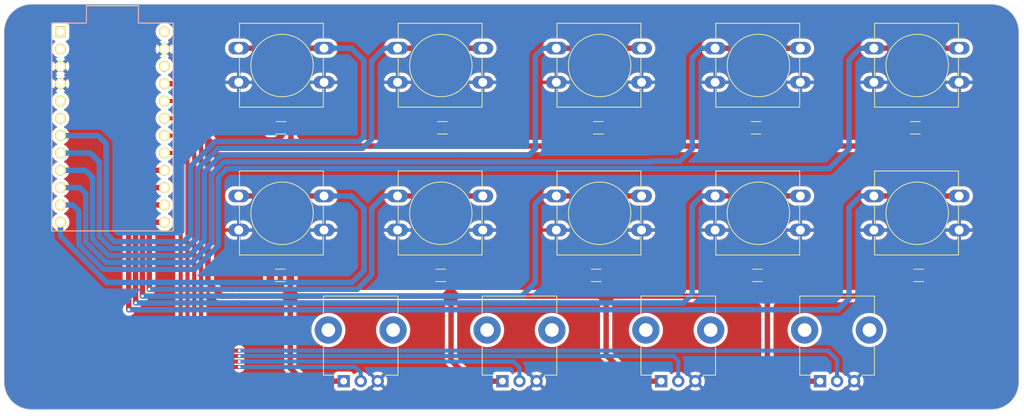
<source format=kicad_pcb>
(kicad_pcb (version 20221018) (generator pcbnew)
  (layers (0 "F.Cu" signal) (31 "B.Cu" signal) (34 "B.Paste" user) (35 "F.Paste" user) (36 "B.SilkS" user "B.Silkscreen") (37 "F.SilkS" user "F.Silkscreen") (38 "B.Mask" user) (39 "F.Mask" user) (44 "Edge.Cuts" user))
  (net 0 "")
  (net 1 "/Vcc")
  (net 2 "/D4")
  (net 3 "/D5")
  (net 4 "/D6")
  (net 5 "/D7")
  (net 6 "/D8")
  (net 7 "/D9")
  (net 8 "/D10")
  (net 9 "/D16")
  (net 10 "/D14")
  (net 11 "/D15")
  (net 12 "/GND")
  (net 13 "/A0")
  (net 14 "/A1")
  (net 15 "/A2")
  (net 16 "/A3")
  (net 17 "/Tx")
  (net 18 "/Rx")
  (net 19 "/SDA")
  (net 20 "/SCL")
  (net 21 "/RST")
  (net 22 "/RAW")
  (footprint "promicro:ProMicro" (layer "F.Cu") (at 96 92.21 -90)
    (fp_text reference "U1" hide)
    (fp_text value "ProMicro")
    (pad "1" thru_hole rect (at -13.97 7.62 270) (size 1.6 1.6) (drill 1.1) (layers "*.Cu" "*.Mask" "F.SilkS") (net 17 "/Tx"))
    (pad "2" thru_hole circle (at -11.43 7.62 270) (size 1.6 1.6) (drill 1.1) (layers "*.Cu" "*.Mask" "F.SilkS") (net 18 "/Rx"))
    (pad "3" thru_hole circle (at -8.89 7.62 270) (size 1.6 1.6) (drill 1.1) (layers "*.Cu" "*.Mask" "F.SilkS") (net 12 "/GND"))
    (pad "4" thru_hole circle (at -6.35 7.62 270) (size 1.6 1.6) (drill 1.1) (layers "*.Cu" "*.Mask" "F.SilkS") (net 12 "/GND"))
    (pad "5" thru_hole circle (at -3.81 7.62 270) (size 1.6 1.6) (drill 1.1) (layers "*.Cu" "*.Mask" "F.SilkS") (net 19 "/SDA"))
    (pad "6" thru_hole circle (at -1.27 7.62 270) (size 1.6 1.6) (drill 1.1) (layers "*.Cu" "*.Mask" "F.SilkS") (net 20 "/SCL"))
    (pad "7" thru_hole circle (at 1.27 7.62 270) (size 1.6 1.6) (drill 1.1) (layers "*.Cu" "*.Mask" "F.SilkS") (net 2 "/D4"))
    (pad "8" thru_hole circle (at 3.81 7.62 270) (size 1.6 1.6) (drill 1.1) (layers "*.Cu" "*.Mask" "F.SilkS") (net 3 "/D5"))
    (pad "9" thru_hole circle (at 6.35 7.62 270) (size 1.6 1.6) (drill 1.1) (layers "*.Cu" "*.Mask" "F.SilkS") (net 4 "/D6"))
    (pad "10" thru_hole circle (at 8.89 7.62 270) (size 1.6 1.6) (drill 1.1) (layers "*.Cu" "*.Mask" "F.SilkS") (net 5 "/D7"))
    (pad "11" thru_hole circle (at 11.43 7.62 270) (size 1.6 1.6) (drill 1.1) (layers "*.Cu" "*.Mask" "F.SilkS") (net 6 "/D8"))
    (pad "12" thru_hole circle (at 13.97 7.62 270) (size 1.6 1.6) (drill 1.1) (layers "*.Cu" "*.Mask" "F.SilkS") (net 7 "/D9"))
    (pad "13" thru_hole circle (at 13.97 -7.62 270) (size 1.6 1.6) (drill 1.1) (layers "*.Cu" "*.Mask" "F.SilkS") (net 8 "/D10"))
    (pad "14" thru_hole circle (at 11.43 -7.62 270) (size 1.6 1.6) (drill 1.1) (layers "*.Cu" "*.Mask" "F.SilkS") (net 9 "/D16"))
    (pad "15" thru_hole circle (at 8.89 -7.62 270) (size 1.6 1.6) (drill 1.1) (layers "*.Cu" "*.Mask" "F.SilkS") (net 10 "/D14"))
    (pad "16" thru_hole circle (at 6.35 -7.62 270) (size 1.6 1.6) (drill 1.1) (layers "*.Cu" "*.Mask" "F.SilkS") (net 11 "/D15"))
    (pad "17" thru_hole circle (at 3.81 -7.62 270) (size 1.6 1.6) (drill 1.1) (layers "*.Cu" "*.Mask" "F.SilkS") (net 13 "/A0"))
    (pad "18" thru_hole circle (at 1.27 -7.62 270) (size 1.6 1.6) (drill 1.1) (layers "*.Cu" "*.Mask" "F.SilkS") (net 14 "/A1"))
    (pad "19" thru_hole circle (at -1.27 -7.62 270) (size 1.6 1.6) (drill 1.1) (layers "*.Cu" "*.Mask" "F.SilkS") (net 15 "/A2"))
    (pad "20" thru_hole circle (at -3.81 -7.62 270) (size 1.6 1.6) (drill 1.1) (layers "*.Cu" "*.Mask" "F.SilkS") (net 16 "/A3"))
    (pad "21" thru_hole circle (at -6.35 -7.62 270) (size 1.6 1.6) (drill 1.1) (layers "*.Cu" "*.Mask" "F.SilkS") (net 1 "/Vcc"))
    (pad "22" thru_hole circle (at -8.89 -7.62 270) (size 1.6 1.6) (drill 1.1) (layers "*.Cu" "*.Mask" "F.SilkS") (net 21 "/RST"))
    (pad "23" thru_hole circle (at -11.43 -7.62 270) (size 1.6 1.6) (drill 1.1) (layers "*.Cu" "*.Mask" "F.SilkS") (net 12 "/GND"))
    (pad "24" thru_hole circle (at -13.97 -7.62 270) (size 1.6 1.6) (drill 1.1) (layers "*.Cu" "*.Mask" "F.SilkS") (net 22 "/RAW"))
  )
  (footprint "Resistor_SMD:R_1206_3216Metric" (layer "F.Cu") (at 167.26 92.33)
    (fp_text reference "R3")
    (fp_text value "10k")
    (pad "1" smd roundrect (at -1.4625 0) (size 1.125 1.75) (layers "F.Cu" "F.Paste" "F.Mask") (roundrect_rratio 0.222222) (net 4 "/D6"))
    (pad "2" smd roundrect (at 1.4625 0) (size 1.125 1.75) (layers "F.Cu" "F.Paste" "F.Mask") (roundrect_rratio 0.222222) (net 1 "/Vcc"))
  )
  (footprint "Button_Switch_THT:SW_PUSH-12mm" (layer "F.Cu") (at 184.359166 80.655)
    (fp_text reference "SW4")
    (fp_text value "SW_Push_45deg")
    (pad "1" thru_hole oval (at 0 0) (size 3.048 1.85) (drill 1.3) (layers "*.Cu" "*.Mask") (net 5 "/D7"))
    (pad "1" thru_hole oval (at 12.5 0) (size 3.048 1.85) (drill 1.3) (layers "*.Cu" "*.Mask") (net 5 "/D7"))
    (pad "2" thru_hole oval (at 0 5) (size 3.048 1.85) (drill 1.3) (layers "*.Cu" "*.Mask") (net 12 "/GND"))
    (pad "2" thru_hole oval (at 12.5 5) (size 3.048 1.85) (drill 1.3) (layers "*.Cu" "*.Mask") (net 12 "/GND"))
  )
  (footprint "Potentiometer_THT:Potentiometer_TT_P0915N" (layer "F.Cu") (at 153.177916 129.475)
    (fp_text reference "RV2")
    (fp_text value "10k")
    (pad "" thru_hole oval (at -2.25 -7.5) (size 4 4) (drill 2) (layers "*.Cu" "*.Mask"))
    (pad "" thru_hole oval (at 7.25 -7.5) (size 4 4) (drill 2) (layers "*.Cu" "*.Mask"))
    (pad "1" thru_hole rect (at 0 0) (size 1.8 1.8) (drill 1) (layers "*.Cu" "*.Mask") (net 1 "/Vcc"))
    (pad "2" thru_hole circle (at 2.5 0) (size 1.8 1.8) (drill 1) (layers "*.Cu" "*.Mask") (net 14 "/A1"))
    (pad "3" thru_hole circle (at 5 0) (size 1.8 1.8) (drill 1) (layers "*.Cu" "*.Mask") (net 12 "/GND"))
  )
  (footprint "Button_Switch_THT:SW_PUSH-12mm" (layer "F.Cu") (at 114.516667 102.32)
    (fp_text reference "SW6")
    (fp_text value "SW_Push_45deg")
    (pad "1" thru_hole oval (at 0 0) (size 3.048 1.85) (drill 1.3) (layers "*.Cu" "*.Mask") (net 7 "/D9"))
    (pad "1" thru_hole oval (at 12.5 0) (size 3.048 1.85) (drill 1.3) (layers "*.Cu" "*.Mask") (net 7 "/D9"))
    (pad "2" thru_hole oval (at 0 5) (size 3.048 1.85) (drill 1.3) (layers "*.Cu" "*.Mask") (net 12 "/GND"))
    (pad "2" thru_hole oval (at 12.5 5) (size 3.048 1.85) (drill 1.3) (layers "*.Cu" "*.Mask") (net 12 "/GND"))
  )
  (footprint "Button_Switch_THT:SW_PUSH-12mm" (layer "F.Cu") (at 207.64 80.655)
    (fp_text reference "SW5")
    (fp_text value "SW_Push_45deg")
    (pad "1" thru_hole oval (at 0 0) (size 3.048 1.85) (drill 1.3) (layers "*.Cu" "*.Mask") (net 6 "/D8"))
    (pad "1" thru_hole oval (at 12.5 0) (size 3.048 1.85) (drill 1.3) (layers "*.Cu" "*.Mask") (net 6 "/D8"))
    (pad "2" thru_hole oval (at 0 5) (size 3.048 1.85) (drill 1.3) (layers "*.Cu" "*.Mask") (net 12 "/GND"))
    (pad "2" thru_hole oval (at 12.5 5) (size 3.048 1.85) (drill 1.3) (layers "*.Cu" "*.Mask") (net 12 "/GND"))
  )
  (footprint "Button_Switch_THT:SW_PUSH-12mm" (layer "F.Cu") (at 137.7975 80.655)
    (fp_text reference "SW2")
    (fp_text value "SW_Push_45deg")
    (pad "1" thru_hole oval (at 0 0) (size 3.048 1.85) (drill 1.3) (layers "*.Cu" "*.Mask") (net 3 "/D5"))
    (pad "1" thru_hole oval (at 12.5 0) (size 3.048 1.85) (drill 1.3) (layers "*.Cu" "*.Mask") (net 3 "/D5"))
    (pad "2" thru_hole oval (at 0 5) (size 3.048 1.85) (drill 1.3) (layers "*.Cu" "*.Mask") (net 12 "/GND"))
    (pad "2" thru_hole oval (at 12.5 5) (size 3.048 1.85) (drill 1.3) (layers "*.Cu" "*.Mask") (net 12 "/GND"))
  )
  (footprint "Potentiometer_THT:Potentiometer_TT_P0915N" (layer "F.Cu") (at 129.897083 129.475)
    (fp_text reference "RV1")
    (fp_text value "10k")
    (pad "" thru_hole oval (at -2.25 -7.5) (size 4 4) (drill 2) (layers "*.Cu" "*.Mask"))
    (pad "" thru_hole oval (at 7.25 -7.5) (size 4 4) (drill 2) (layers "*.Cu" "*.Mask"))
    (pad "1" thru_hole rect (at 0 0) (size 1.8 1.8) (drill 1) (layers "*.Cu" "*.Mask") (net 1 "/Vcc"))
    (pad "2" thru_hole circle (at 2.5 0) (size 1.8 1.8) (drill 1) (layers "*.Cu" "*.Mask") (net 13 "/A0"))
    (pad "3" thru_hole circle (at 5 0) (size 1.8 1.8) (drill 1) (layers "*.Cu" "*.Mask") (net 12 "/GND"))
  )
  (footprint "Resistor_SMD:R_1206_3216Metric" (layer "F.Cu") (at 166.92 113.97)
    (fp_text reference "R8")
    (fp_text value "10k")
    (pad "1" smd roundrect (at -1.4625 0) (size 1.125 1.75) (layers "F.Cu" "F.Paste" "F.Mask") (roundrect_rratio 0.222222) (net 9 "/D16"))
    (pad "2" smd roundrect (at 1.4625 0) (size 1.125 1.75) (layers "F.Cu" "F.Paste" "F.Mask") (roundrect_rratio 0.222222) (net 1 "/Vcc"))
  )
  (footprint "Resistor_SMD:R_1206_3216Metric" (layer "F.Cu") (at 144.13 113.97)
    (fp_text reference "R7")
    (fp_text value "10k")
    (pad "1" smd roundrect (at -1.4625 0) (size 1.125 1.75) (layers "F.Cu" "F.Paste" "F.Mask") (roundrect_rratio 0.222222) (net 8 "/D10"))
    (pad "2" smd roundrect (at 1.4625 0) (size 1.125 1.75) (layers "F.Cu" "F.Paste" "F.Mask") (roundrect_rratio 0.222222) (net 1 "/Vcc"))
  )
  (footprint "Button_Switch_THT:SW_PUSH-12mm" (layer "F.Cu") (at 207.639999 102.32)
    (fp_text reference "SW10")
    (fp_text value "SW_Push_45deg")
    (pad "1" thru_hole oval (at 0 0) (size 3.048 1.85) (drill 1.3) (layers "*.Cu" "*.Mask") (net 11 "/D15"))
    (pad "1" thru_hole oval (at 12.5 0) (size 3.048 1.85) (drill 1.3) (layers "*.Cu" "*.Mask") (net 11 "/D15"))
    (pad "2" thru_hole oval (at 0 5) (size 3.048 1.85) (drill 1.3) (layers "*.Cu" "*.Mask") (net 12 "/GND"))
    (pad "2" thru_hole oval (at 12.5 5) (size 3.048 1.85) (drill 1.3) (layers "*.Cu" "*.Mask") (net 12 "/GND"))
  )
  (footprint "Button_Switch_THT:SW_PUSH-12mm" (layer "F.Cu") (at 184.359165 102.32)
    (fp_text reference "SW9")
    (fp_text value "SW_Push_45deg")
    (pad "1" thru_hole oval (at 0 0) (size 3.048 1.85) (drill 1.3) (layers "*.Cu" "*.Mask") (net 10 "/D14"))
    (pad "1" thru_hole oval (at 12.5 0) (size 3.048 1.85) (drill 1.3) (layers "*.Cu" "*.Mask") (net 10 "/D14"))
    (pad "2" thru_hole oval (at 0 5) (size 3.048 1.85) (drill 1.3) (layers "*.Cu" "*.Mask") (net 12 "/GND"))
    (pad "2" thru_hole oval (at 12.5 5) (size 3.048 1.85) (drill 1.3) (layers "*.Cu" "*.Mask") (net 12 "/GND"))
  )
  (footprint "Resistor_SMD:R_1206_3216Metric" (layer "F.Cu") (at 190.3675 92.33)
    (fp_text reference "R4")
    (fp_text value "10k")
    (pad "1" smd roundrect (at -1.4625 0) (size 1.125 1.75) (layers "F.Cu" "F.Paste" "F.Mask") (roundrect_rratio 0.222222) (net 5 "/D7"))
    (pad "2" smd roundrect (at 1.4625 0) (size 1.125 1.75) (layers "F.Cu" "F.Paste" "F.Mask") (roundrect_rratio 0.222222) (net 1 "/Vcc"))
  )
  (footprint "Resistor_SMD:R_1206_3216Metric" (layer "F.Cu") (at 120.7075 92.33)
    (fp_text reference "R1")
    (fp_text value "10k")
    (pad "1" smd roundrect (at -1.4625 0) (size 1.125 1.75) (layers "F.Cu" "F.Paste" "F.Mask") (roundrect_rratio 0.222222) (net 2 "/D4"))
    (pad "2" smd roundrect (at 1.4625 0) (size 1.125 1.75) (layers "F.Cu" "F.Paste" "F.Mask") (roundrect_rratio 0.222222) (net 1 "/Vcc"))
  )
  (footprint "Button_Switch_THT:SW_PUSH-12mm" (layer "F.Cu") (at 114.516667 80.655)
    (fp_text reference "SW1")
    (fp_text value "SW_Push_45deg")
    (pad "1" thru_hole oval (at 0 0) (size 3.048 1.85) (drill 1.3) (layers "*.Cu" "*.Mask") (net 2 "/D4"))
    (pad "1" thru_hole oval (at 12.5 0) (size 3.048 1.85) (drill 1.3) (layers "*.Cu" "*.Mask") (net 2 "/D4"))
    (pad "2" thru_hole oval (at 0 5) (size 3.048 1.85) (drill 1.3) (layers "*.Cu" "*.Mask") (net 12 "/GND"))
    (pad "2" thru_hole oval (at 12.5 5) (size 3.048 1.85) (drill 1.3) (layers "*.Cu" "*.Mask") (net 12 "/GND"))
  )
  (footprint "Button_Switch_THT:SW_PUSH-12mm" (layer "F.Cu") (at 161.078333 80.655)
    (fp_text reference "SW3")
    (fp_text value "SW_Push_45deg")
    (pad "1" thru_hole oval (at 0 0) (size 3.048 1.85) (drill 1.3) (layers "*.Cu" "*.Mask") (net 4 "/D6"))
    (pad "1" thru_hole oval (at 12.5 0) (size 3.048 1.85) (drill 1.3) (layers "*.Cu" "*.Mask") (net 4 "/D6"))
    (pad "2" thru_hole oval (at 0 5) (size 3.048 1.85) (drill 1.3) (layers "*.Cu" "*.Mask") (net 12 "/GND"))
    (pad "2" thru_hole oval (at 12.5 5) (size 3.048 1.85) (drill 1.3) (layers "*.Cu" "*.Mask") (net 12 "/GND"))
  )
  (footprint "Potentiometer_THT:Potentiometer_TT_P0915N" (layer "F.Cu") (at 176.458749 129.475)
    (fp_text reference "RV3")
    (fp_text value "10k")
    (pad "" thru_hole oval (at -2.25 -7.5) (size 4 4) (drill 2) (layers "*.Cu" "*.Mask"))
    (pad "" thru_hole oval (at 7.25 -7.5) (size 4 4) (drill 2) (layers "*.Cu" "*.Mask"))
    (pad "1" thru_hole rect (at 0 0) (size 1.8 1.8) (drill 1) (layers "*.Cu" "*.Mask") (net 1 "/Vcc"))
    (pad "2" thru_hole circle (at 2.5 0) (size 1.8 1.8) (drill 1) (layers "*.Cu" "*.Mask") (net 15 "/A2"))
    (pad "3" thru_hole circle (at 5 0) (size 1.8 1.8) (drill 1) (layers "*.Cu" "*.Mask") (net 12 "/GND"))
  )
  (footprint "Resistor_SMD:R_1206_3216Metric" (layer "F.Cu") (at 120.61 113.97)
    (fp_text reference "R6")
    (fp_text value "10k")
    (pad "1" smd roundrect (at -1.4625 0) (size 1.125 1.75) (layers "F.Cu" "F.Paste" "F.Mask") (roundrect_rratio 0.222222) (net 7 "/D9"))
    (pad "2" smd roundrect (at 1.4625 0) (size 1.125 1.75) (layers "F.Cu" "F.Paste" "F.Mask") (roundrect_rratio 0.222222) (net 1 "/Vcc"))
  )
  (footprint "Resistor_SMD:R_1206_3216Metric" (layer "F.Cu") (at 190.56 113.97)
    (fp_text reference "R9")
    (fp_text value "10k")
    (pad "1" smd roundrect (at -1.4625 0) (size 1.125 1.75) (layers "F.Cu" "F.Paste" "F.Mask") (roundrect_rratio 0.222222) (net 10 "/D14"))
    (pad "2" smd roundrect (at 1.4625 0) (size 1.125 1.75) (layers "F.Cu" "F.Paste" "F.Mask") (roundrect_rratio 0.222222) (net 1 "/Vcc"))
  )
  (footprint "Button_Switch_THT:SW_PUSH-12mm" (layer "F.Cu") (at 137.797499 102.32)
    (fp_text reference "SW7")
    (fp_text value "SW_Push_45deg")
    (pad "1" thru_hole oval (at 0 0) (size 3.048 1.85) (drill 1.3) (layers "*.Cu" "*.Mask") (net 8 "/D10"))
    (pad "1" thru_hole oval (at 12.5 0) (size 3.048 1.85) (drill 1.3) (layers "*.Cu" "*.Mask") (net 8 "/D10"))
    (pad "2" thru_hole oval (at 0 5) (size 3.048 1.85) (drill 1.3) (layers "*.Cu" "*.Mask") (net 12 "/GND"))
    (pad "2" thru_hole oval (at 12.5 5) (size 3.048 1.85) (drill 1.3) (layers "*.Cu" "*.Mask") (net 12 "/GND"))
  )
  (footprint "Resistor_SMD:R_1206_3216Metric" (layer "F.Cu") (at 213.7175 92.33)
    (fp_text reference "R5")
    (fp_text value "10k")
    (pad "1" smd roundrect (at -1.4625 0) (size 1.125 1.75) (layers "F.Cu" "F.Paste" "F.Mask") (roundrect_rratio 0.222222) (net 6 "/D8"))
    (pad "2" smd roundrect (at 1.4625 0) (size 1.125 1.75) (layers "F.Cu" "F.Paste" "F.Mask") (roundrect_rratio 0.222222) (net 1 "/Vcc"))
  )
  (footprint "Resistor_SMD:R_1206_3216Metric" (layer "F.Cu") (at 214.2125 113.97)
    (fp_text reference "R10")
    (fp_text value "10k")
    (pad "1" smd roundrect (at -1.4625 0) (size 1.125 1.75) (layers "F.Cu" "F.Paste" "F.Mask") (roundrect_rratio 0.222222) (net 11 "/D15"))
    (pad "2" smd roundrect (at 1.4625 0) (size 1.125 1.75) (layers "F.Cu" "F.Paste" "F.Mask") (roundrect_rratio 0.222222) (net 1 "/Vcc"))
  )
  (footprint "Button_Switch_THT:SW_PUSH-12mm" (layer "F.Cu") (at 161.078333 102.32)
    (fp_text reference "SW8")
    (fp_text value "SW_Push_45deg")
    (pad "1" thru_hole oval (at 0 0) (size 3.048 1.85) (drill 1.3) (layers "*.Cu" "*.Mask") (net 9 "/D16"))
    (pad "1" thru_hole oval (at 12.5 0) (size 3.048 1.85) (drill 1.3) (layers "*.Cu" "*.Mask") (net 9 "/D16"))
    (pad "2" thru_hole oval (at 0 5) (size 3.048 1.85) (drill 1.3) (layers "*.Cu" "*.Mask") (net 12 "/GND"))
    (pad "2" thru_hole oval (at 12.5 5) (size 3.048 1.85) (drill 1.3) (layers "*.Cu" "*.Mask") (net 12 "/GND"))
  )
  (footprint "Potentiometer_THT:Potentiometer_TT_P0915N" (layer "F.Cu") (at 199.739582 129.475)
    (fp_text reference "RV4")
    (fp_text value "10k")
    (pad "" thru_hole oval (at -2.25 -7.5) (size 4 4) (drill 2) (layers "*.Cu" "*.Mask"))
    (pad "" thru_hole oval (at 7.25 -7.5) (size 4 4) (drill 2) (layers "*.Cu" "*.Mask"))
    (pad "1" thru_hole rect (at 0 0) (size 1.8 1.8) (drill 1) (layers "*.Cu" "*.Mask") (net 1 "/Vcc"))
    (pad "2" thru_hole circle (at 2.5 0) (size 1.8 1.8) (drill 1) (layers "*.Cu" "*.Mask") (net 16 "/A3"))
    (pad "3" thru_hole circle (at 5 0) (size 1.8 1.8) (drill 1) (layers "*.Cu" "*.Mask") (net 12 "/GND"))
  )
  (footprint "Resistor_SMD:R_1206_3216Metric" (layer "F.Cu") (at 144.3775 92.33)
    (fp_text reference "R2")
    (fp_text value "10k")
    (pad "1" smd roundrect (at -1.4625 0) (size 1.125 1.75) (layers "F.Cu" "F.Paste" "F.Mask") (roundrect_rratio 0.222222) (net 3 "/D5"))
    (pad "2" smd roundrect (at 1.4625 0) (size 1.125 1.75) (layers "F.Cu" "F.Paste" "F.Mask") (roundrect_rratio 0.222222) (net 1 "/Vcc"))
  )
  (gr_arc (start 228.88 129.63) (mid 227.708427 132.458427) (end 224.88 133.63) (stroke (width 0.1)) (layer "Edge.Cuts"))
  (gr_line (start 80.12 129.63) (end 80.12 78.22) (stroke (width 0.1)) (layer "Edge.Cuts"))
  (gr_arc (start 80.12 78.22) (mid 81.291573 75.391573) (end 84.12 74.22) (stroke (width 0.1)) (layer "Edge.Cuts"))
  (gr_line (start 84.12 74.22) (end 224.88 74.22) (stroke (width 0.1)) (layer "Edge.Cuts"))
  (gr_arc (start 84.12 133.63) (mid 81.291573 132.458427) (end 80.12 129.63) (stroke (width 0.1)) (layer "Edge.Cuts"))
  (gr_line (start 224.88 133.63) (end 84.12 133.63) (stroke (width 0.1)) (layer "Edge.Cuts"))
  (gr_arc (start 224.88 74.22) (mid 227.708427 75.391573) (end 228.88 78.22) (stroke (width 0.1)) (layer "Edge.Cuts"))
  (gr_line (start 228.88 78.22) (end 228.88 129.63) (stroke (width 0.1)) (layer "Edge.Cuts"))
  (segment (start 168.3825 116.0075) (end 167.39 117) (width 0.8) (layer "F.Cu") (net 1))
  (segment (start 145.84 94) (end 146.84 95) (width 0.8) (layer "F.Cu") (net 1))
  (segment (start 168.3825 113.97) (end 168.3825 116) (width 0.8) (layer "F.Cu") (net 1))
  (segment (start 215.675 113.97) (end 215.675 115.325) (width 0.8) (layer "F.Cu") (net 1))
  (segment (start 145.64 117) (end 144.6 117) (width 0.8) (layer "F.Cu") (net 1))
  (segment (start 122.0575 117.9875) (end 121.07 117) (width 0.8) (layer "F.Cu") (net 1))
  (segment (start 168.7225 94) (end 168.73 94) (width 0.8) (layer "F.Cu") (net 1))
  (segment (start 148.695 129.475) (end 145.64 126.42) (width 0.8) (layer "F.Cu") (net 1))
  (segment (start 192.0225 113.97) (end 192.0225 116) (width 0.8) (layer "F.Cu") (net 1))
  (segment (start 192.0225 118) (end 192.0225 116.9525) (width 0.8) (layer "F.Cu") (net 1))
  (segment (start 192.0225 116) (end 192.0225 116.0075) (width 0.8) (layer "F.Cu") (net 1))
  (segment (start 168.3825 118) (end 168.3825 116.9925) (width 0.8) (layer "F.Cu") (net 1))
  (segment (start 111.01 95) (end 111 94.99) (width 0.8) (layer "F.Cu") (net 1))
  (segment (start 145.5925 116) (end 145.5925 116.9525) (width 0.8) (layer "F.Cu") (net 1))
  (segment (start 214 117) (end 193 117) (width 0.8) (layer "F.Cu") (net 1))
  (segment (start 108.8 85.86) (end 103.62 85.86) (width 0.8) (layer "F.Cu") (net 1))
  (segment (start 190.83 95) (end 190.53 95) (width 0.8) (layer "F.Cu") (net 1))
  (segment (start 145.84 94) (end 144.84 95) (width 0.8) (layer "F.Cu") (net 1))
  (segment (start 122.17 94) (end 123.17 95) (width 0.8) (layer "F.Cu") (net 1))
  (segment (start 191.87 95) (end 190.53 95) (width 0.8) (layer "F.Cu") (net 1))
  (segment (start 122.17 94.96) (end 122.21 95) (width 0.8) (layer "F.Cu") (net 1))
  (segment (start 168.73 94) (end 167.73 95) (width 0.8) (layer "F.Cu") (net 1))
  (segment (start 192.0225 117.9925) (end 191.03 117) (width 0.8) (layer "F.Cu") (net 1))
  (segment (start 193 117) (end 192.07 117) (width 0.8) (layer "F.Cu") (net 1))
  (segment (start 122.0725 116) (end 122.07 116) (width 0.8) (layer "F.Cu") (net 1))
  (segment (start 145.6 118) (end 145.6 117.98) (width 0.8) (layer "F.Cu") (net 1))
  (segment (start 122.0725 118) (end 122.0725 117.9875) (width 0.8) (layer "F.Cu") (net 1))
  (segment (start 122.17 92.33) (end 122.17 94) (width 0.8) (layer "F.Cu") (net 1))
  (segment (start 192.0225 126.2725) (end 192.0225 118) (width 0.8) (layer "F.Cu") (net 1))
  (segment (start 144.84 95) (end 144.65 95) (width 0.8) (layer "F.Cu") (net 1))
  (segment (start 122.07 116) (end 121.07 117) (width 0.8) (layer "F.Cu") (net 1))
  (segment (start 168.3825 116.0025) (end 169.38 117) (width 0.8) (layer "F.Cu") (net 1))
  (segment (start 168.3825 117.9975) (end 169.38 117) (width 0.8) (layer "F.Cu") (net 1))
  (segment (start 145.5925 116) (end 145.5925 116.0125) (width 0.8) (layer "F.Cu") (net 1))
  (segment (start 167.73 95) (end 167.67 95) (width 0.8) (layer "F.Cu") (net 1))
  (segment (start 168.3825 117.9925) (end 167.39 117) (width 0.8) (layer "F.Cu") (net 1))
  (segment (start 167.39 117) (end 146.58 117) (width 0.8) (layer "F.Cu") (net 1))
  (segment (start 192.0225 116.0075) (end 191.03 117) (width 0.8) (layer "F.Cu") (net 1))
  (segment (start 122.17 94) (end 122.17 94.96) (width 0.8) (layer "F.Cu") (net 1))
  (segment (start 168.3825 118) (end 168.3825 117.9975) (width 0.8) (layer "F.Cu") (net 1))
  (segment (start 191.83 92.33) (end 191.83 94) (width 0.8) (layer "F.Cu") (net 1))
  (segment (start 191.83 94) (end 192.83 95) (width 0.8) (layer "F.Cu") (net 1))
  (segment (start 192.0225 117.9775) (end 193 117) (width 0.8) (layer "F.Cu") (net 1))
  (segment (start 168.7225 92.33) (end 168.7225 94) (width 0.8) (layer "F.Cu") (net 1))
  (segment (start 192.83 95) (end 193.06 95) (width 0.8) (layer "F.Cu") (net 1))
  (segment (start 191.83 94) (end 190.83 95) (width 0.8) (layer "F.Cu") (net 1))
  (segment (start 110.01 87.07) (end 108.8 85.86) (width 0.8) (layer "F.Cu") (net 1))
  (segment (start 145.5925 113.97) (end 145.5925 116) (width 0.8) (layer "F.Cu") (net 1))
  (segment (start 112.01 117) (end 110 114.99) (width 0.8) (layer "F.Cu") (net 1))
  (segment (start 145.64 126.42) (end 145.64 118) (width 0.8) (layer "F.Cu") (net 1))
  (segment (start 145.5925 116) (end 145.5925 116.0075) (width 0.8) (layer "F.Cu") (net 1))
  (segment (start 172.215 129.475) (end 168.3825 125.6425) (width 0.8) (layer "F.Cu") (net 1))
  (segment (start 110 94.99) (end 110 93.99) (width 0.8) (layer "F.Cu") (net 1))
  (segment (start 121.17 95) (end 120.98 95) (width 0.8) (layer "F.Cu") (net 1))
  (segment (start 168.73 95) (end 167.67 95) (width 0.8) (layer "F.Cu") (net 1))
  (segment (start 168.39 117) (end 167.39 117) (width 0.8) (layer "F.Cu") (net 1))
  (segment (start 168.73 94) (end 169.73 95) (width 0.8) (layer "F.Cu") (net 1))
  (segment (start 110 96.03) (end 110 94.99) (width 0.8) (layer "F.Cu") (net 1))
  (segment (start 168.3825 116) (end 168.3825 116.9925) (width 0.8) (layer "F.Cu") (net 1))
  (segment (start 192.0225 116.9525) (end 192.07 117) (width 0.8) (layer "F.Cu") (net 1))
  (segment (start 123.975 129.475) (end 122.0725 127.5725) (width 0.8) (layer "F.Cu") (net 1))
  (segment (start 168.3825 116) (end 168.3825 116.0025) (width 0.8) (layer "F.Cu") (net 1))
  (segment (start 111 94.99) (end 110 93.99) (width 0.8) (layer "F.Cu") (net 1))
  (segment (start 129.897083 129.475) (end 123.975 129.475) (width 0.8) (layer "F.Cu") (net 1))
  (segment (start 121.07 117) (end 112.01 117) (width 0.8) (layer "F.Cu") (net 1))
  (segment (start 176.458749 129.475) (end 172.215 129.475) (width 0.8) (layer "F.Cu") (net 1))
  (segment (start 123.46 95) (end 122.21 95) (width 0.8) (layer "F.Cu") (net 1))
  (segment (start 145.5925 116.0075) (end 144.6 117) (width 0.8) (layer "F.Cu") (net 1))
  (segment (start 192.0225 116.0075) (end 192.0225 116.0225) (width 0.8) (layer "F.Cu") (net 1))
  (segment (start 215.18 92.33) (end 215.18 93.82) (width 0.8) (layer "F.Cu") (net 1))
  (segment (start 192.07 117) (end 191.03 117) (width 0.8) (layer "F.Cu") (net 1))
  (segment (start 144.65 95) (end 123.46 95) (width 0.8) (layer "F.Cu") (net 1))
  (segment (start 110 95.99) (end 110 96.03) (width 0.8) (layer "F.Cu") (net 1))
  (segment (start 122.17 94) (end 121.17 95) (width 0.8) (layer "F.Cu") (net 1))
  (segment (start 191.83 94.96) (end 191.87 95) (width 0.8) (layer "F.Cu") (net 1))
  (segment (start 145.5925 116.9525) (end 145.64 117) (width 0.8) (layer "F.Cu") (net 1))
  (segment (start 168.3825 118) (end 168.3825 117.9925) (width 0.8) (layer "F.Cu") (net 1))
  (segment (start 214 95) (end 193.06 95) (width 0.8) (layer "F.Cu") (net 1))
  (segment (start 110 114.99) (end 110 96.03) (width 0.8) (layer "F.Cu") (net 1))
  (segment (start 122.0725 118) (end 122.0725 116.9925) (width 0.8) (layer "F.Cu") (net 1))
  (segment (start 215.675 115.325) (end 214 117) (width 0.8) (layer "F.Cu") (net 1))
  (segment (start 120.98 95) (end 111.01 95) (width 0.8) (layer "F.Cu") (net 1))
  (segment (start 168.7225 94) (end 168.7225 94.9925) (width 0.8) (layer "F.Cu") (net 1))
  (segment (start 122.0725 117.9875) (end 123.06 117) (width 0.8) (layer "F.Cu") (net 1))
  (segment (start 193.06 95) (end 191.87 95) (width 0.8) (layer "F.Cu") (net 1))
  (segment (start 146.58 117) (end 145.64 117) (width 0.8) (layer "F.Cu") (net 1))
  (segment (start 168.3825 116.9925) (end 168.39 117) (width 0.8) (layer "F.Cu") (net 1))
  (segment (start 192.0225 118) (end 192.0225 117.9925) (width 0.8) (layer "F.Cu") (net 1))
  (segment (start 147.04 95) (end 145.84 95) (width 0.8) (layer "F.Cu") (net 1))
  (segment (start 122.0725 116.0125) (end 123.06 117) (width 0.8) (layer "F.Cu") (net 1))
  (segment (start 153.177916 129.475) (end 148.695 129.475) (width 0.8) (layer "F.Cu") (net 1))
  (segment (start 145.6 117.98) (end 146.58 117) (width 0.8) (layer "F.Cu") (net 1))
  (segment (start 122.0725 116) (end 122.0725 116.0125) (width 0.8) (layer "F.Cu") (net 1))
  (segment (start 111 94.99) (end 110 95.99) (width 0.8) (layer "F.Cu") (net 1))
  (segment (start 146.84 95) (end 147.04 95) (width 0.8) (layer "F.Cu") (net 1))
  (segment (start 145.64 118) (end 145.6 118) (width 0.8) (layer "F.Cu") (net 1))
  (segment (start 122.0725 116) (end 122.0725 116.9925) (width 0.8) (layer "F.Cu") (net 1))
  (segment (start 168.3825 116) (end 168.3825 116.0075) (width 0.8) (layer "F.Cu") (net 1))
  (segment (start 168.3825 125.6425) (end 168.3825 118) (width 0.8) (layer "F.Cu") (net 1))
  (segment (start 169.38 117) (end 168.39 117) (width 0.8) (layer "F.Cu") (net 1))
  (segment (start 167.67 95) (end 147.04 95) (width 0.8) (layer "F.Cu") (net 1))
  (segment (start 169.73 95) (end 168.73 95) (width 0.8) (layer "F.Cu") (net 1))
  (segment (start 195.225 129.475) (end 192.0225 126.2725) (width 0.8) (layer "F.Cu") (net 1))
  (segment (start 122.0725 116.9925) (end 122.08 117) (width 0.8) (layer "F.Cu") (net 1))
  (segment (start 123.06 117) (end 122.08 117) (width 0.8) (layer "F.Cu") (net 1))
  (segment (start 192.0225 116) (end 192.0225 116.9525) (width 0.8) (layer "F.Cu") (net 1))
  (segment (start 168.7225 94.9925) (end 168.73 95) (width 0.8) (layer "F.Cu") (net 1))
  (segment (start 191.03 117) (end 169.38 117) (width 0.8) (layer "F.Cu") (net 1))
  (segment (start 215.18 93.82) (end 214 95) (width 0.8) (layer "F.Cu") (net 1))
  (segment (start 122.21 95) (end 120.98 95) (width 0.8) (layer "F.Cu") (net 1))
  (segment (start 145.6 118) (end 144.6 117) (width 0.8) (layer "F.Cu") (net 1))
  (segment (start 123.17 95) (end 123.46 95) (width 0.8) (layer "F.Cu") (net 1))
  (segment (start 122.08 117) (end 121.07 117) (width 0.8) (layer "F.Cu") (net 1))
  (segment (start 111 94.99) (end 110 94.99) (width 0.8) (layer "F.Cu") (net 1))
  (segment (start 144.6 117) (end 123.06 117) (width 0.8) (layer "F.Cu") (net 1))
  (segment (start 122.0725 113.97) (end 122.0725 116) (width 0.8) (layer "F.Cu") (net 1))
  (segment (start 110 93.99) (end 110 87.08) (width 0.8) (layer "F.Cu") (net 1))
  (segment (start 192.0225 116.0225) (end 193 117) (width 0.8) (layer "F.Cu") (net 1))
  (segment (start 145.84 95) (end 144.65 95) (width 0.8) (layer "F.Cu") (net 1))
  (segment (start 191.83 94) (end 191.83 94.96) (width 0.8) (layer "F.Cu") (net 1))
  (segment (start 190.53 95) (end 169.73 95) (width 0.8) (layer "F.Cu") (net 1))
  (segment (start 145.84 92.33) (end 145.84 94) (width 0.8) (layer "F.Cu") (net 1))
  (segment (start 145.84 94) (end 145.84 95) (width 0.8) (layer "F.Cu") (net 1))
  (segment (start 122.0725 117.9875) (end 122.0575 117.9875) (width 0.8) (layer "F.Cu") (net 1))
  (segment (start 145.64 118) (end 145.64 117) (width 0.8) (layer "F.Cu") (net 1))
  (segment (start 110 87.08) (end 110.01 87.07) (width 0.8) (layer "F.Cu") (net 1))
  (segment (start 145.5925 116.0125) (end 146.58 117) (width 0.8) (layer "F.Cu") (net 1))
  (segment (start 122.0725 127.5725) (end 122.0725 118) (width 0.8) (layer "F.Cu") (net 1))
  (segment (start 192.0225 118) (end 192.0225 117.9775) (width 0.8) (layer "F.Cu") (net 1))
  (segment (start 199.739582 129.475) (end 195.225 129.475) (width 0.8) (layer "F.Cu") (net 1))
  (segment (start 119.245 81.78) (end 119.245 80.66) (width 0.8) (layer "F.Cu") (net 2))
  (segment (start 119.245 81.78) (end 120.37 80.655) (width 0.8) (layer "F.Cu") (net 2))
  (segment (start 118.12 80.655) (end 117.93 80.655) (width 0.8) (layer "F.Cu") (net 2))
  (segment (start 120.54 80.655) (end 119.24 80.655) (width 0.8) (layer "F.Cu") (net 2))
  (segment (start 119.24 80.655) (end 117.93 80.655) (width 0.8) (layer "F.Cu") (net 2))
  (segment (start 127.016667 80.655) (end 120.54 80.655) (width 0.8) (layer "F.Cu") (net 2))
  (segment (start 119.245 80.66) (end 119.24 80.655) (width 0.8) (layer "F.Cu") (net 2))
  (segment (start 119.245 92.33) (end 119.245 81.78) (width 0.8) (layer "F.Cu") (net 2))
  (segment (start 119.245 81.78) (end 118.12 80.655) (width 0.8) (layer "F.Cu") (net 2))
  (segment (start 120.37 80.655) (end 120.54 80.655) (width 0.8) (layer "F.Cu") (net 2))
  (segment (start 117.93 80.655) (end 114.516667 80.655) (width 0.8) (layer "F.Cu") (net 2))
  (segment (start 114.67 94.33) (end 114.669996 94.329996) (width 0.8) (layer "B.Cu") (net 2))
  (segment (start 95.08 94.66) (end 93.9 93.48) (width 0.8) (layer "B.Cu") (net 2))
  (segment (start 132.85 82.46) (end 132.85 93.61) (width 0.8) (layer "B.Cu") (net 2))
  (segment (start 114.669996 94.329996) (end 111.100004 94.329996) (width 0.8) (layer "B.Cu") (net 2))
  (segment (start 93.9 93.48) (end 88.38 93.48) (width 0.8) (layer "B.Cu") (net 2))
  (segment (start 127.016667 80.655) (end 131.045 80.655) (width 0.8) (layer "B.Cu") (net 2))
  (segment (start 132.13 94.33) (end 114.67 94.33) (width 0.8) (layer "B.Cu") (net 2))
  (segment (start 132.85 93.61) (end 132.13 94.33) (width 0.8) (layer "B.Cu") (net 2))
  (segment (start 107.47 97.96) (end 107.47 108.01) (width 0.8) (layer "B.Cu") (net 2))
  (segment (start 96.264214 109.02) (end 95.08 107.835786) (width 0.8) (layer "B.Cu") (net 2))
  (segment (start 95.08 107.835786) (end 95.08 94.66) (width 0.8) (layer "B.Cu") (net 2))
  (segment (start 107.47 108.01) (end 106.46 109.02) (width 0.8) (layer "B.Cu") (net 2))
  (segment (start 106.46 109.02) (end 96.264214 109.02) (width 0.8) (layer "B.Cu") (net 2))
  (segment (start 131.045 80.655) (end 132.85 82.46) (width 0.8) (layer "B.Cu") (net 2))
  (segment (start 111.100004 94.329996) (end 107.47 97.96) (width 0.8) (layer "B.Cu") (net 2))
  (segment (start 142.915 81.78) (end 144.04 80.655) (width 0.8) (layer "F.Cu") (net 3))
  (segment (start 142.915 80.66) (end 142.92 80.655) (width 0.8) (layer "F.Cu") (net 3))
  (segment (start 141.79 80.655) (end 141.45 80.655) (width 0.8) (layer "F.Cu") (net 3))
  (segment (start 142.92 80.655) (end 141.45 80.655) (width 0.8) (layer "F.Cu") (net 3))
  (segment (start 142.915 92.33) (end 142.915 81.78) (width 0.8) (layer "F.Cu") (net 3))
  (segment (start 142.915 81.78) (end 141.79 80.655) (width 0.8) (layer "F.Cu") (net 3))
  (segment (start 141.45 80.655) (end 137.7975 80.655) (width 0.8) (layer "F.Cu") (net 3))
  (segment (start 142.915 81.78) (end 142.915 80.66) (width 0.8) (layer "F.Cu") (net 3))
  (segment (start 150.2975 80.655) (end 144.42 80.655) (width 0.8) (layer "F.Cu") (net 3))
  (segment (start 144.42 80.655) (end 142.92 80.655) (width 0.8) (layer "F.Cu") (net 3))
  (segment (start 144.04 80.655) (end 144.42 80.655) (width 0.8) (layer "F.Cu") (net 3))
  (segment (start 132.67 95.33) (end 114.67 95.33) (width 0.8) (layer "B.Cu") (net 3))
  (segment (start 114.669997 95.329997) (end 111.537361 95.329997) (width 0.8) (layer "B.Cu") (net 3))
  (segment (start 95.86 110.03) (end 94.08 108.25) (width 0.8) (layer "B.Cu") (net 3))
  (segment (start 92.76 96.02) (end 88.38 96.02) (width 0.8) (layer "B.Cu") (net 3))
  (segment (start 134 94) (end 132.67 95.33) (width 0.8) (layer "B.Cu") (net 3))
  (segment (start 137.7975 80.655) (end 135.845 80.655) (width 0.8) (layer "B.Cu") (net 3))
  (segment (start 108.47 98.397358) (end 108.470001 108.424213) (width 0.8) (layer "B.Cu") (net 3))
  (segment (start 114.67 95.33) (end 114.669997 95.329997) (width 0.8) (layer "B.Cu") (net 3))
  (segment (start 111.537361 95.329997) (end 108.47 98.397358) (width 0.8) (layer "B.Cu") (net 3))
  (segment (start 135.845 80.655) (end 134 82.5) (width 0.8) (layer "B.Cu") (net 3))
  (segment (start 108.470001 108.424213) (end 106.864214 110.03) (width 0.8) (layer "B.Cu") (net 3))
  (segment (start 134 82.5) (end 134 94) (width 0.8) (layer "B.Cu") (net 3))
  (segment (start 94.08 108.25) (end 94.08 97.34) (width 0.8) (layer "B.Cu") (net 3))
  (segment (start 106.864214 110.03) (end 95.86 110.03) (width 0.8) (layer "B.Cu") (net 3))
  (segment (start 94.08 97.34) (end 92.76 96.02) (width 0.8) (layer "B.Cu") (net 3))
  (segment (start 165.8 80.655) (end 164.67 80.655) (width 0.8) (layer "F.Cu") (net 4))
  (segment (start 165.795 81.78) (end 164.67 80.655) (width 0.8) (layer "F.Cu") (net 4))
  (segment (start 165.7975 81.78) (end 165.795 81.78) (width 0.8) (layer "F.Cu") (net 4))
  (segment (start 165.7975 81.7775) (end 166.92 80.655) (width 0.8) (layer "F.Cu") (net 4))
  (segment (start 166.92 80.655) (end 165.8 80.655) (width 0.8) (layer "F.Cu") (net 4))
  (segment (start 164.67 80.655) (end 161.078333 80.655) (width 0.8) (layer "F.Cu") (net 4))
  (segment (start 165.7975 92.33) (end 165.7975 81.78) (width 0.8) (layer "F.Cu") (net 4))
  (segment (start 165.7975 81.78) (end 165.7975 80.6575) (width 0.8) (layer "F.Cu") (net 4))
  (segment (start 165.7975 80.6575) (end 165.8 80.655) (width 0.8) (layer "F.Cu") (net 4))
  (segment (start 165.7975 81.78) (end 165.7975 81.7775) (width 0.8) (layer "F.Cu") (net 4))
  (segment (start 173.578333 80.655) (end 166.92 80.655) (width 0.8) (layer "F.Cu") (net 4))
  (segment (start 158 81.79) (end 158 95.4) (width 0.8) (layer "B.Cu") (net 4))
  (segment (start 157.07 96.33) (end 114.67 96.33) (width 0.8) (layer "B.Cu") (net 4))
  (segment (start 111.951574 96.329998) (end 109.47 98.811572) (width 0.8) (layer "B.Cu") (net 4))
  (segment (start 158 95.4) (end 157.07 96.33) (width 0.8) (layer "B.Cu") (net 4))
  (segment (start 95.485786 111.07) (end 93.079999 108.664213) (width 0.8) (layer "B.Cu") (net 4))
  (segment (start 93.08 99.62) (end 92.02 98.56) (width 0.8) (layer "B.Cu") (net 4))
  (segment (start 109.47 98.811572) (end 109.470001 108.838427) (width 0.8) (layer "B.Cu") (net 4))
  (segment (start 92.02 98.56) (end 88.38 98.56) (width 0.8) (layer "B.Cu") (net 4))
  (segment (start 161.078333 80.655) (end 159.135 80.655) (width 0.8) (layer "B.Cu") (net 4))
  (segment (start 107.238428 111.07) (end 95.485786 111.07) (width 0.8) (layer "B.Cu") (net 4))
  (segment (start 114.67 96.33) (end 111.951574 96.329998) (width 0.8) (layer "B.Cu") (net 4))
  (segment (start 109.470001 108.838427) (end 107.238428 111.07) (width 0.8) (layer "B.Cu") (net 4))
  (segment (start 159.135 80.655) (end 158 81.79) (width 0.8) (layer "B.Cu") (net 4))
  (segment (start 93.079999 108.664213) (end 93.08 99.62) (width 0.8) (layer "B.Cu") (net 4))
  (segment (start 188.905 80.67) (end 188.92 80.655) (width 0.8) (layer "F.Cu") (net 5))
  (segment (start 188.905 81.78) (end 187.78 80.655) (width 0.8) (layer "F.Cu") (net 5))
  (segment (start 190.14 80.655) (end 188.92 80.655) (width 0.8) (layer "F.Cu") (net 5))
  (segment (start 187.78 80.655) (end 187.69 80.655) (width 0.8) (layer "F.Cu") (net 5))
  (segment (start 188.905 81.78) (end 190.03 80.655) (width 0.8) (layer "F.Cu") (net 5))
  (segment (start 188.905 81.78) (end 188.905 80.67) (width 0.8) (layer "F.Cu") (net 5))
  (segment (start 188.92 80.655) (end 187.69 80.655) (width 0.8) (layer "F.Cu") (net 5))
  (segment (start 196.859166 80.655) (end 190.14 80.655) (width 0.8) (layer "F.Cu") (net 5))
  (segment (start 188.905 92.33) (end 188.905 81.78) (width 0.8) (layer "F.Cu") (net 5))
  (segment (start 190.03 80.655) (end 190.14 80.655) (width 0.8) (layer "F.Cu") (net 5))
  (segment (start 187.69 80.655) (end 184.359166 80.655) (width 0.8) (layer "F.Cu") (net 5))
  (segment (start 181 82.05) (end 181 95.4) (width 0.8) (layer "B.Cu") (net 5))
  (segment (start 181 95.4) (end 179.18 97.22) (width 0.8) (layer "B.Cu") (net 5))
  (segment (start 91.21 101.1) (end 88.38 101.1) (width 0.8) (layer "B.Cu") (net 5))
  (segment (start 174.93 97.33) (end 112.365787 97.329999) (width 0.8) (layer "B.Cu") (net 5))
  (segment (start 92.07 101.96) (end 91.21 101.1) (width 0.8) (layer "B.Cu") (net 5))
  (segment (start 175.04 97.22) (end 174.93 97.33) (width 0.8) (layer "B.Cu") (net 5))
  (segment (start 110.51 109.212642) (end 107.652641 112.070001) (width 0.8) (layer "B.Cu") (net 5))
  (segment (start 95.071572 112.07) (end 92.07 109.068428) (width 0.8) (layer "B.Cu") (net 5))
  (segment (start 92.07 109.068428) (end 92.07 101.96) (width 0.8) (layer "B.Cu") (net 5))
  (segment (start 112.365787 97.329999) (end 110.51 99.185786) (width 0.8) (layer "B.Cu") (net 5))
  (segment (start 107.652641 112.070001) (end 95.071572 112.07) (width 0.8) (layer "B.Cu") (net 5))
  (segment (start 184.359166 80.655) (end 182.395 80.655) (width 0.8) (layer "B.Cu") (net 5))
  (segment (start 110.51 99.185786) (end 110.51 109.212642) (width 0.8) (layer "B.Cu") (net 5))
  (segment (start 179.18 97.22) (end 175.04 97.22) (width 0.8) (layer "B.Cu") (net 5))
  (segment (start 182.395 80.655) (end 181 82.05) (width 0.8) (layer "B.Cu") (net 5))
  (segment (start 212.255 81.78) (end 213.38 80.655) (width 0.8) (layer "F.Cu") (net 6))
  (segment (start 212.255 80.66) (end 212.26 80.655) (width 0.8) (layer "F.Cu") (net 6))
  (segment (start 213.38 80.655) (end 213.49 80.655) (width 0.8) (layer "F.Cu") (net 6))
  (segment (start 211.13 80.655) (end 210.9 80.655) (width 0.8) (layer "F.Cu") (net 6))
  (segment (start 207.64 80.655) (end 210.9 80.655) (width 0.8) (layer "F.Cu") (net 6))
  (segment (start 210.9 80.655) (end 212.26 80.655) (width 0.8) (layer "F.Cu") (net 6))
  (segment (start 212.255 92.33) (end 212.255 81.78) (width 0.8) (layer "F.Cu") (net 6))
  (segment (start 212.26 80.655) (end 213.49 80.655) (width 0.8) (layer "F.Cu") (net 6))
  (segment (start 212.255 81.78) (end 212.255 80.66) (width 0.8) (layer "F.Cu") (net 6))
  (segment (start 212.255 81.78) (end 211.13 80.655) (width 0.8) (layer "F.Cu") (net 6))
  (segment (start 213.49 80.655) (end 220.14 80.655) (width 0.8) (layer "F.Cu") (net 6))
  (segment (start 94.657358 113.07) (end 91.069999 109.482641) (width 0.8) (layer "B.Cu") (net 6))
  (segment (start 91.069999 109.482641) (end 91.07 104.54) (width 0.8) (layer "B.Cu") (net 6))
  (segment (start 90.17 103.64) (end 88.38 103.64) (width 0.8) (layer "B.Cu") (net 6))
  (segment (start 204 82.35) (end 204 95.39) (width 0.8) (layer "B.Cu") (net 6))
  (segment (start 201.06 98.33) (end 112.78 98.33) (width 0.8) (layer "B.Cu") (net 6))
  (segment (start 111.510001 109.626855) (end 108.066856 113.07) (width 0.8) (layer "B.Cu") (net 6))
  (segment (start 111.51 99.6) (end 111.510001 109.626855) (width 0.8) (layer "B.Cu") (net 6))
  (segment (start 108.066856 113.07) (end 94.657358 113.07) (width 0.8) (layer "B.Cu") (net 6))
  (segment (start 112.78 98.33) (end 111.51 99.6) (width 0.8) (layer "B.Cu") (net 6))
  (segment (start 204 95.39) (end 201.06 98.33) (width 0.8) (layer "B.Cu") (net 6))
  (segment (start 207.64 80.655) (end 205.695 80.655) (width 0.8) (layer "B.Cu") (net 6))
  (segment (start 91.07 104.54) (end 90.17 103.64) (width 0.8) (layer "B.Cu") (net 6))
  (segment (start 205.695 80.655) (end 204 82.35) (width 0.8) (layer "B.Cu") (net 6))
  (segment (start 119.1475 102.3325) (end 119.16 102.32) (width 0.8) (layer "F.Cu") (net 7))
  (segment (start 119.1475 103.45) (end 119.1475 102.3325) (width 0.8) (layer "F.Cu") (net 7))
  (segment (start 119.1475 103.4475) (end 118.02 102.32) (width 0.8) (layer "F.Cu") (net 7))
  (segment (start 127.016667 102.32) (end 120.28 102.32) (width 0.8) (layer "F.Cu") (net 7))
  (segment (start 120.28 102.32) (end 119.16 102.32) (width 0.8) (layer "F.Cu") (net 7))
  (segment (start 119.1475 103.45) (end 119.1475 103.4475) (width 0.8) (layer "F.Cu") (net 7))
  (segment (start 119.1525 103.4475) (end 120.28 102.32) (width 0.8) (layer "F.Cu") (net 7))
  (segment (start 119.1475 103.4475) (end 119.1525 103.4475) (width 0.8) (layer "F.Cu") (net 7))
  (segment (start 118.02 102.32) (end 114.516667 102.32) (width 0.8) (layer "F.Cu") (net 7))
  (segment (start 119.16 102.32) (end 118.02 102.32) (width 0.8) (layer "F.Cu") (net 7))
  (segment (start 119.1475 113.97) (end 119.1475 103.45) (width 0.8) (layer "F.Cu") (net 7))
  (segment (start 132.88 104.17) (end 132.88 113.28) (width 0.8) (layer "B.Cu") (net 7))
  (segment (start 131.03 102.32) (end 132.88 104.17) (width 0.8) (layer "B.Cu") (net 7))
  (segment (start 132.88 113.28) (end 131.16 115) (width 0.8) (layer "B.Cu") (net 7))
  (segment (start 88.38 108.206856) (end 88.38 106.18) (width 0.8) (layer "B.Cu") (net 7))
  (segment (start 95.173144 115) (end 88.38 108.206856) (width 0.8) (layer "B.Cu") (net 7))
  (segment (start 131.16 115) (end 95.173144 115) (width 0.8) (layer "B.Cu") (net 7))
  (segment (start 127.016667 102.32) (end 131.03 102.32) (width 0.8) (layer "B.Cu") (net 7))
  (segment (start 143.78 102.32) (end 150.297499 102.32) (width 0.8) (layer "F.Cu") (net 8))
  (segment (start 101.39 116) (end 101.39 106.84) (width 0.8) (layer "F.Cu") (net 8))
  (segment (start 142.6675 103.44) (end 142.6675 102.3275) (width 0.8) (layer "F.Cu") (net 8))
  (segment (start 142.6675 103.4375) (end 141.55 102.32) (width 0.8) (layer "F.Cu") (net 8))
  (segment (start 142.6675 103.4325) (end 143.78 102.32) (width 0.8) (layer "F.Cu") (net 8))
  (segment (start 142.6675 103.44) (end 142.6675 103.4375) (width 0.8) (layer "F.Cu") (net 8))
  (segment (start 141.55 102.32) (end 142.66 102.32) (width 0.8) (layer "F.Cu") (net 8))
  (segment (start 142.66 102.32) (end 143.78 102.32) (width 0.8) (layer "F.Cu") (net 8))
  (segment (start 142.6675 113.97) (end 142.6675 103.44) (width 0.8) (layer "F.Cu") (net 8))
  (segment (start 142.6675 102.3275) (end 142.66 102.32) (width 0.8) (layer "F.Cu") (net 8))
  (segment (start 102.05 106.18) (end 103.62 106.18) (width 0.8) (layer "F.Cu") (net 8))
  (segment (start 137.797499 102.32) (end 141.55 102.32) (width 0.8) (layer "F.Cu") (net 8))
  (segment (start 101.39 106.84) (end 102.05 106.18) (width 0.8) (layer "F.Cu") (net 8))
  (segment (start 142.6675 103.4375) (end 142.6675 103.4325) (width 0.8) (layer "F.Cu") (net 8))
  (via (at 101.39 116) (size 0.6) (drill 0.4) (layers "F.Cu" "B.Cu") (net 8))
  (segment (start 137.797499 102.32) (end 135.82 102.32) (width 0.8) (layer "B.Cu") (net 8))
  (segment (start 131.89 116) (end 114.61 116) (width 0.8) (layer "B.Cu") (net 8))
  (segment (start 134.01 104.13) (end 134.01 113.88) (width 0.8) (layer "B.Cu") (net 8))
  (segment (start 134.01 113.88) (end 131.89 116) (width 0.8) (layer "B.Cu") (net 8))
  (segment (start 114.61 116) (end 101.39 116) (width 0.8) (layer "B.Cu") (net 8))
  (segment (start 135.82 102.32) (end 134.01 104.13) (width 0.8) (layer "B.Cu") (net 8))
  (segment (start 100.4 117) (end 100.39 116.99) (width 0.8) (layer "F.Cu") (net 9))
  (segment (start 165.4575 113.97) (end 165.4575 103.45) (width 0.8) (layer "F.Cu") (net 9))
  (segment (start 165.4575 102.3375) (end 165.44 102.32) (width 0.8) (layer "F.Cu") (net 9))
  (segment (start 164.34 102.32) (end 165.44 102.32) (width 0.8) (layer "F.Cu") (net 9))
  (segment (start 165.44 102.32) (end 166.6 102.32) (width 0.8) (layer "F.Cu") (net 9))
  (segment (start 166.6 102.32) (end 173.578333 102.32) (width 0.8) (layer "F.Cu") (net 9))
  (segment (start 161.078333 102.32) (end 164.34 102.32) (width 0.8) (layer "F.Cu") (net 9))
  (segment (start 165.4575 103.45) (end 165.47 103.45) (width 0.8) (layer "F.Cu") (net 9))
  (segment (start 100.39 105.11) (end 101.86 103.64) (width 0.8) (layer "F.Cu") (net 9))
  (segment (start 165.4575 103.4375) (end 164.34 102.32) (width 0.8) (layer "F.Cu") (net 9))
  (segment (start 165.4575 103.45) (end 165.4575 103.4375) (width 0.8) (layer "F.Cu") (net 9))
  (segment (start 101.86 103.64) (end 103.62 103.64) (width 0.8) (layer "F.Cu") (net 9))
  (segment (start 100.39 116.99) (end 100.39 105.11) (width 0.8) (layer "F.Cu") (net 9))
  (segment (start 165.4575 103.45) (end 165.4575 102.3375) (width 0.8) (layer "F.Cu") (net 9))
  (segment (start 165.47 103.45) (end 166.6 102.32) (width 0.8) (layer "F.Cu") (net 9))
  (via (at 100.4 117) (size 0.6) (drill 0.4) (layers "F.Cu" "B.Cu") (net 9))
  (segment (start 161.078333 102.32) (end 159.14 102.32) (width 0.8) (layer "B.Cu") (net 9))
  (segment (start 159.14 102.32) (end 158 103.46) (width 0.8) (layer "B.Cu") (net 9))
  (segment (start 114.6 117) (end 100.4 117) (width 0.8) (layer "B.Cu") (net 9))
  (segment (start 158 103.46) (end 158 115.01) (width 0.8) (layer "B.Cu") (net 9))
  (segment (start 158 115.01) (end 156.01 117) (width 0.8) (layer "B.Cu") (net 9))
  (segment (start 156.01 117) (end 114.6 117) (width 0.8) (layer "B.Cu") (net 9))
  (segment (start 189.0975 113.97) (end 189.0975 103.45) (width 0.8) (layer "F.Cu") (net 10))
  (segment (start 99.39 102.85) (end 101.14 101.1) (width 0.8) (layer "F.Cu") (net 10))
  (segment (start 101.14 101.1) (end 103.62 101.1) (width 0.8) (layer "F.Cu") (net 10))
  (segment (start 184.359165 102.32) (end 187.99 102.32) (width 0.8) (layer "F.Cu") (net 10))
  (segment (start 189.0975 103.45) (end 189.0975 103.4275) (width 0.8) (layer "F.Cu") (net 10))
  (segment (start 189.0975 102.3425) (end 189.12 102.32) (width 0.8) (layer "F.Cu") (net 10))
  (segment (start 99.39 117.99) (end 99.39 102.85) (width 0.8) (layer "F.Cu") (net 10))
  (segment (start 189.0975 103.45) (end 189.1 103.45) (width 0.8) (layer "F.Cu") (net 10))
  (segment (start 99.4 118) (end 99.39 117.99) (width 0.8) (layer "F.Cu") (net 10))
  (segment (start 190.23 102.32) (end 196.859165 102.32) (width 0.8) (layer "F.Cu") (net 10))
  (segment (start 189.0975 103.4275) (end 187.99 102.32) (width 0.8) (layer "F.Cu") (net 10))
  (segment (start 189.0975 103.45) (end 189.0975 102.3425) (width 0.8) (layer "F.Cu") (net 10))
  (segment (start 189.12 102.32) (end 190.23 102.32) (width 0.8) (layer "F.Cu") (net 10))
  (segment (start 187.99 102.32) (end 189.12 102.32) (width 0.8) (layer "F.Cu") (net 10))
  (segment (start 189.1 103.45) (end 190.23 102.32) (width 0.8) (layer "F.Cu") (net 10))
  (via (at 99.4 118) (size 0.6) (drill 0.4) (layers "F.Cu" "B.Cu") (net 10))
  (segment (start 182.4 102.32) (end 181 103.72) (width 0.8) (layer "B.Cu") (net 10))
  (segment (start 114.6 118) (end 99.4 118) (width 0.8) (layer "B.Cu") (net 10))
  (segment (start 184.359165 102.32) (end 182.4 102.32) (width 0.8) (layer "B.Cu") (net 10))
  (segment (start 179.72 118) (end 114.6 118) (width 0.8) (layer "B.Cu") (net 10))
  (segment (start 181 103.72) (end 181 116.72) (width 0.8) (layer "B.Cu") (net 10))
  (segment (start 181 116.72) (end 179.72 118) (width 0.8) (layer "B.Cu") (net 10))
  (segment (start 211.63 102.32) (end 211.43 102.32) (width 0.8) (layer "F.Cu") (net 11))
  (segment (start 207.639999 102.32) (end 211.43 102.32) (width 0.8) (layer "F.Cu") (net 11))
  (segment (start 100.72 98.56) (end 103.62 98.56) (width 0.8) (layer "F.Cu") (net 11))
  (segment (start 211.43 102.32) (end 212.75 102.32) (width 0.8) (layer "F.Cu") (net 11))
  (segment (start 98.39 100.89) (end 100.72 98.56) (width 0.8) (layer "F.Cu") (net 11))
  (segment (start 214.05 102.32) (end 220.139999 102.32) (width 0.8) (layer "F.Cu") (net 11))
  (segment (start 212.75 103.44) (end 211.63 102.32) (width 0.8) (layer "F.Cu") (net 11))
  (segment (start 212.75 113.97) (end 212.75 103.44) (width 0.8) (layer "F.Cu") (net 11))
  (segment (start 98.4 119) (end 98.39 118.99) (width 0.8) (layer "F.Cu") (net 11))
  (segment (start 98.39 118.99) (end 98.39 100.89) (width 0.8) (layer "F.Cu") (net 11))
  (segment (start 212.75 102.32) (end 214.05 102.32) (width 0.8) (layer "F.Cu") (net 11))
  (segment (start 212.75 103.44) (end 213.87 102.32) (width 0.8) (layer "F.Cu") (net 11))
  (segment (start 213.87 102.32) (end 214.05 102.32) (width 0.8) (layer "F.Cu") (net 11))
  (segment (start 212.75 103.44) (end 212.75 102.32) (width 0.8) (layer "F.Cu") (net 11))
  (via (at 98.4 119) (size 0.6) (drill 0.4) (layers "F.Cu" "B.Cu") (net 11))
  (segment (start 204 117.39) (end 202.39 119) (width 0.8) (layer "B.Cu") (net 11))
  (segment (start 114.6 119) (end 98.4 119) (width 0.8) (layer "B.Cu") (net 11))
  (segment (start 205.69 102.32) (end 204 104.01) (width 0.8) (layer "B.Cu") (net 11))
  (segment (start 207.639999 102.32) (end 205.69 102.32) (width 0.8) (layer "B.Cu") (net 11))
  (segment (start 202.39 119) (end 114.6 119) (width 0.8) (layer "B.Cu") (net 11))
  (segment (start 204 104.01) (end 204 117.39) (width 0.8) (layer "B.Cu") (net 11))
  (segment (start 105.01 96.02) (end 103.62 96.02) (width 0.6) (layer "F.Cu") (net 13))
  (segment (start 106 97.01) (end 105.01 96.02) (width 0.6) (layer "F.Cu") (net 13))
  (segment (start 106 124.83) (end 106 97.01) (width 0.6) (layer "F.Cu") (net 13))
  (segment (start 114.6 127.4) (end 108.57 127.4) (width 0.6) (layer "F.Cu") (net 13))
  (segment (start 108.57 127.4) (end 106 124.83) (width 0.6) (layer "F.Cu") (net 13))
  (via (at 114.6 127.4) (size 0.6) (drill 0.4) (layers "F.Cu" "B.Cu") (net 13))
  (segment (start 132.397083 128.202208) (end 131.594875 127.4) (width 0.6) (layer "B.Cu") (net 13))
  (segment (start 131.594875 127.4) (end 114.6 127.4) (width 0.6) (layer "B.Cu") (net 13))
  (segment (start 132.397083 129.475) (end 132.397083 128.202208) (width 0.6) (layer "B.Cu") (net 13))
  (segment (start 109.12 126.6) (end 107 124.48) (width 0.6) (layer "F.Cu") (net 14))
  (segment (start 106 93.48) (end 103.62 93.48) (width 0.6) (layer "F.Cu") (net 14))
  (segment (start 107 124.48) (end 107 94.48) (width 0.6) (layer "F.Cu") (net 14))
  (segment (start 107 94.48) (end 106 93.48) (width 0.6) (layer "F.Cu") (net 14))
  (segment (start 114.6 126.6) (end 109.12 126.6) (width 0.6) (layer "F.Cu") (net 14))
  (via (at 114.6 126.6) (size 0.6) (drill 0.4) (layers "F.Cu" "B.Cu") (net 14))
  (segment (start 154.79 126.6) (end 114.6 126.6) (width 0.6) (layer "B.Cu") (net 14))
  (segment (start 155.677916 129.475) (end 155.677916 127.487916) (width 0.6) (layer "B.Cu") (net 14))
  (segment (start 155.677916 127.487916) (end 154.79 126.6) (width 0.6) (layer "B.Cu") (net 14))
  (segment (start 107.99 91.94) (end 106.99 90.94) (width 0.6) (layer "F.Cu") (net 15))
  (segment (start 109.68 125.8) (end 107.99 124.11) (width 0.6) (layer "F.Cu") (net 15))
  (segment (start 107.99 124.11) (end 107.99 91.94) (width 0.6) (layer "F.Cu") (net 15))
  (segment (start 114.6 125.8) (end 109.68 125.8) (width 0.6) (layer "F.Cu") (net 15))
  (segment (start 106.99 90.94) (end 103.62 90.94) (width 0.6) (layer "F.Cu") (net 15))
  (via (at 114.6 125.8) (size 0.6) (drill 0.4) (layers "F.Cu" "B.Cu") (net 15))
  (segment (start 178.958749 129.475) (end 178.958749 126.498749) (width 0.6) (layer "B.Cu") (net 15))
  (segment (start 178.958749 126.498749) (end 178.26 125.8) (width 0.6) (layer "B.Cu") (net 15))
  (segment (start 178.26 125.8) (end 114.6 125.8) (width 0.6) (layer "B.Cu") (net 15))
  (segment (start 108.99 89.4) (end 107.99 88.4) (width 0.6) (layer "F.Cu") (net 16))
  (segment (start 108.99 123.74) (end 108.99 89.4) (width 0.6) (layer "F.Cu") (net 16))
  (segment (start 110.25 125) (end 108.99 123.74) (width 0.6) (layer "F.Cu") (net 16))
  (segment (start 114.6 125) (end 110.25 125) (width 0.6) (layer "F.Cu") (net 16))
  (segment (start 107.99 88.4) (end 103.62 88.4) (width 0.6) (layer "F.Cu") (net 16))
  (via (at 114.6 125) (size 0.6) (drill 0.4) (layers "F.Cu" "B.Cu") (net 16))
  (segment (start 202.239582 126.329582) (end 200.91 125) (width 0.6) (layer "B.Cu") (net 16))
  (segment (start 202.239582 129.475) (end 202.239582 126.329582) (width 0.6) (layer "B.Cu") (net 16))
  (segment (start 200.91 125) (end 114.6 125) (width 0.6) (layer "B.Cu") (net 16))
  (zone (net 12) (net_name "/GND") (layers "F&B.Cu") (connect_pads (clearance 0.5)) (min_thickness 0.25) (fill yes (thermal_gap 0.5) (thermal_bridge_width 0.5))
    (polygon (pts (xy 79.51 73.59) (xy 229.6 73.59) (xy 229.65 134.45) (xy 79.57 134.57)))
  )
)
</source>
